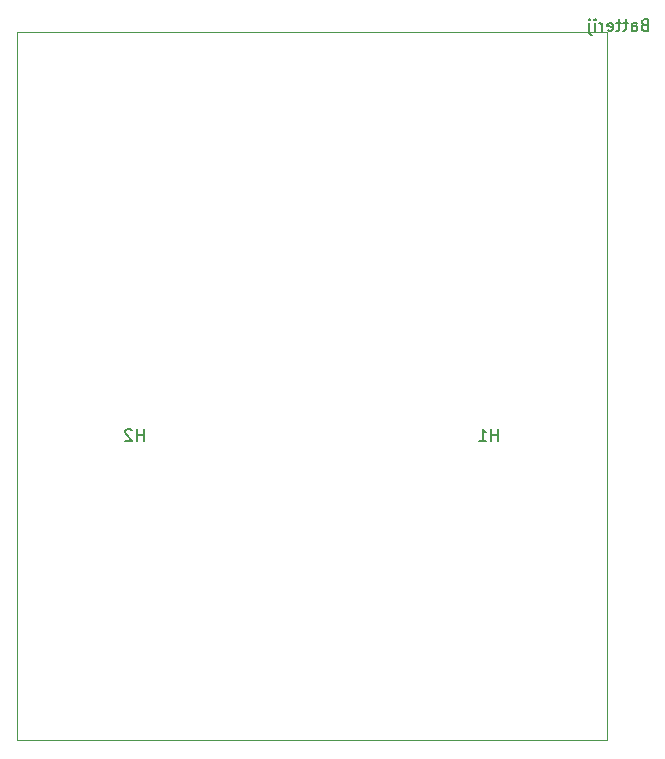
<source format=gbr>
%TF.GenerationSoftware,KiCad,Pcbnew,(5.1.7)-1*%
%TF.CreationDate,2020-10-27T19:53:13+01:00*%
%TF.ProjectId,Spytag,53707974-6167-42e6-9b69-6361645f7063,rev?*%
%TF.SameCoordinates,Original*%
%TF.FileFunction,Legend,Bot*%
%TF.FilePolarity,Positive*%
%FSLAX46Y46*%
G04 Gerber Fmt 4.6, Leading zero omitted, Abs format (unit mm)*
G04 Created by KiCad (PCBNEW (5.1.7)-1) date 2020-10-27 19:53:13*
%MOMM*%
%LPD*%
G01*
G04 APERTURE LIST*
%ADD10C,0.120000*%
%ADD11C,0.150000*%
G04 APERTURE END LIST*
D10*
X104000000Y-139500000D02*
X154000000Y-139500000D01*
D11*
X157166666Y-78928571D02*
X157023809Y-78976190D01*
X156976190Y-79023809D01*
X156928571Y-79119047D01*
X156928571Y-79261904D01*
X156976190Y-79357142D01*
X157023809Y-79404761D01*
X157119047Y-79452380D01*
X157500000Y-79452380D01*
X157500000Y-78452380D01*
X157166666Y-78452380D01*
X157071428Y-78500000D01*
X157023809Y-78547619D01*
X156976190Y-78642857D01*
X156976190Y-78738095D01*
X157023809Y-78833333D01*
X157071428Y-78880952D01*
X157166666Y-78928571D01*
X157500000Y-78928571D01*
X156071428Y-79452380D02*
X156071428Y-78928571D01*
X156119047Y-78833333D01*
X156214285Y-78785714D01*
X156404761Y-78785714D01*
X156500000Y-78833333D01*
X156071428Y-79404761D02*
X156166666Y-79452380D01*
X156404761Y-79452380D01*
X156500000Y-79404761D01*
X156547619Y-79309523D01*
X156547619Y-79214285D01*
X156500000Y-79119047D01*
X156404761Y-79071428D01*
X156166666Y-79071428D01*
X156071428Y-79023809D01*
X155738095Y-78785714D02*
X155357142Y-78785714D01*
X155595238Y-78452380D02*
X155595238Y-79309523D01*
X155547619Y-79404761D01*
X155452380Y-79452380D01*
X155357142Y-79452380D01*
X155166666Y-78785714D02*
X154785714Y-78785714D01*
X155023809Y-78452380D02*
X155023809Y-79309523D01*
X154976190Y-79404761D01*
X154880952Y-79452380D01*
X154785714Y-79452380D01*
X154071428Y-79404761D02*
X154166666Y-79452380D01*
X154357142Y-79452380D01*
X154452380Y-79404761D01*
X154500000Y-79309523D01*
X154500000Y-78928571D01*
X154452380Y-78833333D01*
X154357142Y-78785714D01*
X154166666Y-78785714D01*
X154071428Y-78833333D01*
X154023809Y-78928571D01*
X154023809Y-79023809D01*
X154500000Y-79119047D01*
X153595238Y-79452380D02*
X153595238Y-78785714D01*
X153595238Y-78976190D02*
X153547619Y-78880952D01*
X153500000Y-78833333D01*
X153404761Y-78785714D01*
X153309523Y-78785714D01*
X152976190Y-79452380D02*
X152976190Y-78785714D01*
X152976190Y-78452380D02*
X153023809Y-78500000D01*
X152976190Y-78547619D01*
X152928571Y-78500000D01*
X152976190Y-78452380D01*
X152976190Y-78547619D01*
X152500000Y-78785714D02*
X152500000Y-79642857D01*
X152547619Y-79738095D01*
X152642857Y-79785714D01*
X152690476Y-79785714D01*
X152500000Y-78452380D02*
X152547619Y-78500000D01*
X152500000Y-78547619D01*
X152452380Y-78500000D01*
X152500000Y-78452380D01*
X152500000Y-78547619D01*
D10*
X104000000Y-139500000D02*
X104000000Y-79500000D01*
X154000000Y-79500000D02*
X154000000Y-139500000D01*
X104000000Y-79500000D02*
X154000000Y-79500000D01*
%TO.C,H1*%
D11*
X144761904Y-114152380D02*
X144761904Y-113152380D01*
X144761904Y-113628571D02*
X144190476Y-113628571D01*
X144190476Y-114152380D02*
X144190476Y-113152380D01*
X143190476Y-114152380D02*
X143761904Y-114152380D01*
X143476190Y-114152380D02*
X143476190Y-113152380D01*
X143571428Y-113295238D01*
X143666666Y-113390476D01*
X143761904Y-113438095D01*
%TO.C,H2*%
X114761904Y-114152380D02*
X114761904Y-113152380D01*
X114761904Y-113628571D02*
X114190476Y-113628571D01*
X114190476Y-114152380D02*
X114190476Y-113152380D01*
X113761904Y-113247619D02*
X113714285Y-113200000D01*
X113619047Y-113152380D01*
X113380952Y-113152380D01*
X113285714Y-113200000D01*
X113238095Y-113247619D01*
X113190476Y-113342857D01*
X113190476Y-113438095D01*
X113238095Y-113580952D01*
X113809523Y-114152380D01*
X113190476Y-114152380D01*
%TD*%
M02*

</source>
